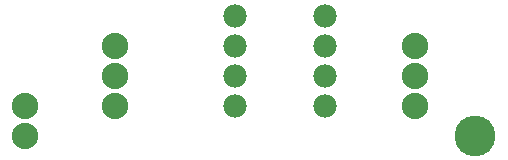
<source format=gbs>
G04 MADE WITH FRITZING*
G04 WWW.FRITZING.ORG*
G04 DOUBLE SIDED*
G04 HOLES PLATED*
G04 CONTOUR ON CENTER OF CONTOUR VECTOR*
%ASAXBY*%
%FSLAX23Y23*%
%MOIN*%
%OFA0B0*%
%SFA1.0B1.0*%
%ADD10C,0.088000*%
%ADD11C,0.078000*%
%ADD12C,0.135984*%
%LNMASK0*%
G90*
G70*
G54D10*
X155Y255D03*
X155Y155D03*
X455Y455D03*
X455Y355D03*
X455Y255D03*
X1455Y455D03*
X1455Y355D03*
X1455Y255D03*
G54D11*
X855Y555D03*
X855Y455D03*
X855Y355D03*
X855Y255D03*
X1155Y255D03*
X1155Y355D03*
X1155Y455D03*
X1155Y555D03*
G54D12*
X1655Y155D03*
G04 End of Mask0*
M02*
</source>
